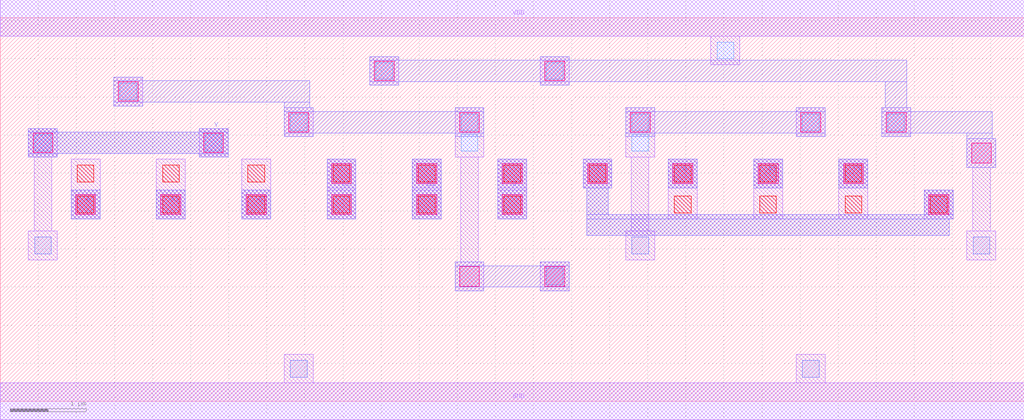
<source format=lef>
MACRO AAAAOI3322
 CLASS CORE ;
 FOREIGN AAAAOI3322 0 0 ;
 SIZE 13.44 BY 5.04 ;
 ORIGIN 0 0 ;
 SYMMETRY X Y R90 ;
 SITE unit ;
  PIN VDD
   DIRECTION INOUT ;
   USE POWER ;
   SHAPE ABUTMENT ;
    PORT
     CLASS CORE ;
       LAYER met1 ;
        RECT 0.00000000 4.80000000 13.44000000 5.28000000 ;
    END
  END VDD

  PIN GND
   DIRECTION INOUT ;
   USE POWER ;
   SHAPE ABUTMENT ;
    PORT
     CLASS CORE ;
       LAYER met1 ;
        RECT 0.00000000 -0.24000000 13.44000000 0.24000000 ;
    END
  END GND

  PIN Y
   DIRECTION INOUT ;
   USE SIGNAL ;
   SHAPE ABUTMENT ;
    PORT
     CLASS CORE ;
       LAYER met2 ;
        RECT 0.37000000 3.20700000 0.75000000 3.25700000 ;
        RECT 2.61000000 3.20700000 2.99000000 3.25700000 ;
        RECT 0.37000000 3.25700000 2.99000000 3.53700000 ;
        RECT 0.37000000 3.53700000 0.75000000 3.58700000 ;
        RECT 2.61000000 3.53700000 2.99000000 3.58700000 ;
    END
  END Y

  PIN B1
   DIRECTION INOUT ;
   USE SIGNAL ;
   SHAPE ABUTMENT ;
    PORT
     CLASS CORE ;
       LAYER met2 ;
        RECT 5.41000000 2.39700000 5.79000000 3.18200000 ;
    END
  END B1

  PIN A2
   DIRECTION INOUT ;
   USE SIGNAL ;
   SHAPE ABUTMENT ;
    PORT
     CLASS CORE ;
       LAYER met2 ;
        RECT 3.17000000 2.39700000 3.55000000 2.77700000 ;
    END
  END A2

  PIN B
   DIRECTION INOUT ;
   USE SIGNAL ;
   SHAPE ABUTMENT ;
    PORT
     CLASS CORE ;
       LAYER met2 ;
        RECT 6.53000000 2.39700000 6.91000000 3.18200000 ;
    END
  END B

  PIN D1
   DIRECTION INOUT ;
   USE SIGNAL ;
   SHAPE ABUTMENT ;
    PORT
     CLASS CORE ;
       LAYER met2 ;
        RECT 9.89000000 2.80200000 10.27000000 3.18200000 ;
    END
  END D1

  PIN D
   DIRECTION INOUT ;
   USE SIGNAL ;
   SHAPE ABUTMENT ;
    PORT
     CLASS CORE ;
       LAYER met2 ;
        RECT 8.77000000 2.80200000 9.15000000 3.18200000 ;
    END
  END D

  PIN C
   DIRECTION INOUT ;
   USE SIGNAL ;
   SHAPE ABUTMENT ;
    PORT
     CLASS CORE ;
       LAYER met2 ;
        RECT 7.70000000 2.17700000 12.46000000 2.39700000 ;
        RECT 7.70000000 2.39700000 12.51000000 2.45700000 ;
        RECT 12.13000000 2.45700000 12.51000000 2.77700000 ;
        RECT 7.70000000 2.45700000 7.98000000 2.80200000 ;
        RECT 7.65000000 2.80200000 8.03000000 3.18200000 ;
    END
  END C

  PIN B2
   DIRECTION INOUT ;
   USE SIGNAL ;
   SHAPE ABUTMENT ;
    PORT
     CLASS CORE ;
       LAYER met2 ;
        RECT 4.29000000 2.39700000 4.67000000 3.18200000 ;
    END
  END B2

  PIN A
   DIRECTION INOUT ;
   USE SIGNAL ;
   SHAPE ABUTMENT ;
    PORT
     CLASS CORE ;
       LAYER met2 ;
        RECT 0.93000000 2.39700000 1.31000000 2.77700000 ;
    END
  END A

  PIN A1
   DIRECTION INOUT ;
   USE SIGNAL ;
   SHAPE ABUTMENT ;
    PORT
     CLASS CORE ;
       LAYER met2 ;
        RECT 2.05000000 2.39700000 2.43000000 2.77700000 ;
    END
  END A1

  PIN C1
   DIRECTION INOUT ;
   USE SIGNAL ;
   SHAPE ABUTMENT ;
    PORT
     CLASS CORE ;
       LAYER met2 ;
        RECT 11.01000000 2.80200000 11.39000000 3.18200000 ;
    END
  END C1

 OBS
    LAYER polycont ;
     RECT 1.01000000 2.47700000 1.23000000 2.69700000 ;
     RECT 2.13000000 2.47700000 2.35000000 2.69700000 ;
     RECT 3.25000000 2.47700000 3.47000000 2.69700000 ;
     RECT 4.37000000 2.47700000 4.59000000 2.69700000 ;
     RECT 5.49000000 2.47700000 5.71000000 2.69700000 ;
     RECT 6.61000000 2.47700000 6.83000000 2.69700000 ;
     RECT 8.85000000 2.47700000 9.07000000 2.69700000 ;
     RECT 9.97000000 2.47700000 10.19000000 2.69700000 ;
     RECT 11.09000000 2.47700000 11.31000000 2.69700000 ;
     RECT 12.21000000 2.47700000 12.43000000 2.69700000 ;
     RECT 1.01000000 2.88200000 1.23000000 3.10200000 ;
     RECT 2.13000000 2.88200000 2.35000000 3.10200000 ;
     RECT 3.25000000 2.88200000 3.47000000 3.10200000 ;
     RECT 4.37000000 2.88200000 4.59000000 3.10200000 ;
     RECT 5.49000000 2.88200000 5.71000000 3.10200000 ;
     RECT 6.61000000 2.88200000 6.83000000 3.10200000 ;
     RECT 7.73000000 2.88200000 7.95000000 3.10200000 ;
     RECT 8.85000000 2.88200000 9.07000000 3.10200000 ;
     RECT 9.97000000 2.88200000 10.19000000 3.10200000 ;
     RECT 11.09000000 2.88200000 11.31000000 3.10200000 ;

    LAYER pdiffc ;
     RECT 0.45000000 3.28700000 0.67000000 3.50700000 ;
     RECT 2.69000000 3.28700000 2.91000000 3.50700000 ;
     RECT 6.05000000 3.28700000 6.27000000 3.50700000 ;
     RECT 8.29000000 3.28700000 8.51000000 3.50700000 ;
     RECT 3.81000000 3.55700000 4.03000000 3.77700000 ;
     RECT 6.05000000 3.55700000 6.27000000 3.77700000 ;
     RECT 8.29000000 3.55700000 8.51000000 3.77700000 ;
     RECT 10.53000000 3.55700000 10.75000000 3.77700000 ;
     RECT 11.65000000 3.55700000 11.87000000 3.77700000 ;
     RECT 1.57000000 3.96200000 1.79000000 4.18200000 ;
     RECT 4.93000000 4.23200000 5.15000000 4.45200000 ;
     RECT 7.17000000 4.23200000 7.39000000 4.45200000 ;
     RECT 9.41000000 4.50200000 9.63000000 4.72200000 ;

    LAYER ndiffc ;
     RECT 3.81000000 0.31700000 4.03000000 0.53700000 ;
     RECT 10.53000000 0.31700000 10.75000000 0.53700000 ;
     RECT 7.17000000 1.53200000 7.39000000 1.75200000 ;
     RECT 0.45000000 1.93700000 0.67000000 2.15700000 ;
     RECT 8.29000000 1.93700000 8.51000000 2.15700000 ;
     RECT 12.77000000 1.93700000 12.99000000 2.15700000 ;

    LAYER met1 ;
     RECT 0.00000000 -0.24000000 13.44000000 0.24000000 ;
     RECT 3.73000000 0.24000000 4.11000000 0.61700000 ;
     RECT 10.45000000 0.24000000 10.83000000 0.61700000 ;
     RECT 7.09000000 1.45200000 7.47000000 1.83200000 ;
     RECT 4.29000000 2.39700000 4.67000000 2.77700000 ;
     RECT 5.41000000 2.39700000 5.79000000 2.77700000 ;
     RECT 6.53000000 2.39700000 6.91000000 2.77700000 ;
     RECT 12.13000000 2.39700000 12.51000000 2.77700000 ;
     RECT 0.93000000 2.39700000 1.31000000 3.18200000 ;
     RECT 2.05000000 2.39700000 2.43000000 3.18200000 ;
     RECT 3.17000000 2.39700000 3.55000000 3.18200000 ;
     RECT 4.29000000 2.80200000 4.67000000 3.18200000 ;
     RECT 5.41000000 2.80200000 5.79000000 3.18200000 ;
     RECT 6.53000000 2.80200000 6.91000000 3.18200000 ;
     RECT 7.65000000 2.80200000 8.03000000 3.18200000 ;
     RECT 8.77000000 2.39700000 9.15000000 3.18200000 ;
     RECT 9.89000000 2.39700000 10.27000000 3.18200000 ;
     RECT 11.01000000 2.39700000 11.39000000 3.18200000 ;
     RECT 12.69000000 1.85700000 13.07000000 2.23700000 ;
     RECT 12.76500000 2.23700000 12.99500000 3.07200000 ;
     RECT 12.69000000 3.07200000 13.07000000 3.45200000 ;
     RECT 0.37000000 1.85700000 0.75000000 2.23700000 ;
     RECT 0.44500000 2.23700000 0.67500000 3.20700000 ;
     RECT 0.37000000 3.20700000 0.75000000 3.58700000 ;
     RECT 2.61000000 3.20700000 2.99000000 3.58700000 ;
     RECT 3.73000000 3.47700000 4.11000000 3.85700000 ;
     RECT 5.97000000 1.45200000 6.35000000 1.83200000 ;
     RECT 6.04500000 1.83200000 6.27500000 3.20700000 ;
     RECT 5.97000000 3.20700000 6.35000000 3.85700000 ;
     RECT 8.21000000 1.85700000 8.59000000 2.23700000 ;
     RECT 8.28500000 2.23700000 8.51500000 3.20700000 ;
     RECT 8.21000000 3.20700000 8.59000000 3.85700000 ;
     RECT 10.45000000 3.47700000 10.83000000 3.85700000 ;
     RECT 11.57000000 3.47700000 11.95000000 3.85700000 ;
     RECT 1.49000000 3.88200000 1.87000000 4.26200000 ;
     RECT 4.85000000 4.15200000 5.23000000 4.53200000 ;
     RECT 7.09000000 4.15200000 7.47000000 4.53200000 ;
     RECT 9.33000000 4.42200000 9.71000000 4.80000000 ;
     RECT 0.00000000 4.80000000 13.44000000 5.28000000 ;

    LAYER via1 ;
     RECT 6.03000000 1.51200000 6.29000000 1.77200000 ;
     RECT 7.15000000 1.51200000 7.41000000 1.77200000 ;
     RECT 0.99000000 2.45700000 1.25000000 2.71700000 ;
     RECT 2.11000000 2.45700000 2.37000000 2.71700000 ;
     RECT 3.23000000 2.45700000 3.49000000 2.71700000 ;
     RECT 4.35000000 2.45700000 4.61000000 2.71700000 ;
     RECT 5.47000000 2.45700000 5.73000000 2.71700000 ;
     RECT 6.59000000 2.45700000 6.85000000 2.71700000 ;
     RECT 12.19000000 2.45700000 12.45000000 2.71700000 ;
     RECT 4.35000000 2.86200000 4.61000000 3.12200000 ;
     RECT 5.47000000 2.86200000 5.73000000 3.12200000 ;
     RECT 6.59000000 2.86200000 6.85000000 3.12200000 ;
     RECT 7.71000000 2.86200000 7.97000000 3.12200000 ;
     RECT 8.83000000 2.86200000 9.09000000 3.12200000 ;
     RECT 9.95000000 2.86200000 10.21000000 3.12200000 ;
     RECT 11.07000000 2.86200000 11.33000000 3.12200000 ;
     RECT 12.75000000 3.13200000 13.01000000 3.39200000 ;
     RECT 0.43000000 3.26700000 0.69000000 3.52700000 ;
     RECT 2.67000000 3.26700000 2.93000000 3.52700000 ;
     RECT 3.79000000 3.53700000 4.05000000 3.79700000 ;
     RECT 6.03000000 3.53700000 6.29000000 3.79700000 ;
     RECT 8.27000000 3.53700000 8.53000000 3.79700000 ;
     RECT 10.51000000 3.53700000 10.77000000 3.79700000 ;
     RECT 11.63000000 3.53700000 11.89000000 3.79700000 ;
     RECT 1.55000000 3.94200000 1.81000000 4.20200000 ;
     RECT 4.91000000 4.21200000 5.17000000 4.47200000 ;
     RECT 7.15000000 4.21200000 7.41000000 4.47200000 ;

    LAYER met2 ;
     RECT 5.97000000 1.45200000 6.35000000 1.50200000 ;
     RECT 7.09000000 1.45200000 7.47000000 1.50200000 ;
     RECT 5.97000000 1.50200000 7.47000000 1.78200000 ;
     RECT 5.97000000 1.78200000 6.35000000 1.83200000 ;
     RECT 7.09000000 1.78200000 7.47000000 1.83200000 ;
     RECT 0.93000000 2.39700000 1.31000000 2.77700000 ;
     RECT 2.05000000 2.39700000 2.43000000 2.77700000 ;
     RECT 3.17000000 2.39700000 3.55000000 2.77700000 ;
     RECT 4.29000000 2.39700000 4.67000000 3.18200000 ;
     RECT 5.41000000 2.39700000 5.79000000 3.18200000 ;
     RECT 6.53000000 2.39700000 6.91000000 3.18200000 ;
     RECT 7.70000000 2.17700000 12.46000000 2.39700000 ;
     RECT 7.70000000 2.39700000 12.51000000 2.45700000 ;
     RECT 12.13000000 2.45700000 12.51000000 2.77700000 ;
     RECT 7.70000000 2.45700000 7.98000000 2.80200000 ;
     RECT 7.65000000 2.80200000 8.03000000 3.18200000 ;
     RECT 8.77000000 2.80200000 9.15000000 3.18200000 ;
     RECT 9.89000000 2.80200000 10.27000000 3.18200000 ;
     RECT 11.01000000 2.80200000 11.39000000 3.18200000 ;
     RECT 0.37000000 3.20700000 0.75000000 3.25700000 ;
     RECT 2.61000000 3.20700000 2.99000000 3.25700000 ;
     RECT 0.37000000 3.25700000 2.99000000 3.53700000 ;
     RECT 0.37000000 3.53700000 0.75000000 3.58700000 ;
     RECT 2.61000000 3.53700000 2.99000000 3.58700000 ;
     RECT 8.21000000 3.47700000 8.59000000 3.52700000 ;
     RECT 10.45000000 3.47700000 10.83000000 3.52700000 ;
     RECT 8.21000000 3.52700000 10.83000000 3.80700000 ;
     RECT 8.21000000 3.80700000 8.59000000 3.85700000 ;
     RECT 10.45000000 3.80700000 10.83000000 3.85700000 ;
     RECT 3.73000000 3.47700000 4.11000000 3.52700000 ;
     RECT 5.97000000 3.47700000 6.35000000 3.52700000 ;
     RECT 3.73000000 3.52700000 6.35000000 3.80700000 ;
     RECT 3.73000000 3.80700000 4.11000000 3.85700000 ;
     RECT 5.97000000 3.80700000 6.35000000 3.85700000 ;
     RECT 1.49000000 3.88200000 1.87000000 3.93200000 ;
     RECT 3.73000000 3.85700000 4.06000000 3.93200000 ;
     RECT 1.49000000 3.93200000 4.06000000 4.21200000 ;
     RECT 1.49000000 4.21200000 1.87000000 4.26200000 ;
     RECT 12.69000000 3.07200000 13.07000000 3.45200000 ;
     RECT 11.57000000 3.47700000 11.95000000 3.52700000 ;
     RECT 12.69000000 3.45200000 13.02000000 3.52700000 ;
     RECT 11.57000000 3.52700000 13.02000000 3.80700000 ;
     RECT 11.57000000 3.80700000 11.95000000 3.85700000 ;
     RECT 4.85000000 4.15200000 5.23000000 4.20200000 ;
     RECT 7.09000000 4.15200000 7.47000000 4.20200000 ;
     RECT 11.62000000 3.85700000 11.90000000 4.20200000 ;
     RECT 4.85000000 4.20200000 11.90000000 4.48200000 ;
     RECT 4.85000000 4.48200000 5.23000000 4.53200000 ;
     RECT 7.09000000 4.48200000 7.47000000 4.53200000 ;

 END
END AAAAOI3322

</source>
